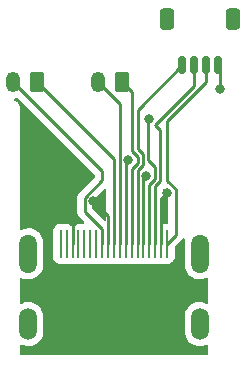
<source format=gbr>
%TF.GenerationSoftware,KiCad,Pcbnew,(6.0.6)*%
%TF.CreationDate,2022-06-22T16:29:19-06:00*%
%TF.ProjectId,15Pin_Fanout _Diodes__Heater,31355069-6e5f-4466-916e-6f7574205f44,rev?*%
%TF.SameCoordinates,Original*%
%TF.FileFunction,Copper,L1,Top*%
%TF.FilePolarity,Positive*%
%FSLAX46Y46*%
G04 Gerber Fmt 4.6, Leading zero omitted, Abs format (unit mm)*
G04 Created by KiCad (PCBNEW (6.0.6)) date 2022-06-22 16:29:19*
%MOMM*%
%LPD*%
G01*
G04 APERTURE LIST*
G04 Aperture macros list*
%AMRoundRect*
0 Rectangle with rounded corners*
0 $1 Rounding radius*
0 $2 $3 $4 $5 $6 $7 $8 $9 X,Y pos of 4 corners*
0 Add a 4 corners polygon primitive as box body*
4,1,4,$2,$3,$4,$5,$6,$7,$8,$9,$2,$3,0*
0 Add four circle primitives for the rounded corners*
1,1,$1+$1,$2,$3*
1,1,$1+$1,$4,$5*
1,1,$1+$1,$6,$7*
1,1,$1+$1,$8,$9*
0 Add four rect primitives between the rounded corners*
20,1,$1+$1,$2,$3,$4,$5,0*
20,1,$1+$1,$4,$5,$6,$7,0*
20,1,$1+$1,$6,$7,$8,$9,0*
20,1,$1+$1,$8,$9,$2,$3,0*%
G04 Aperture macros list end*
%TA.AperFunction,ComponentPad*%
%ADD10RoundRect,0.250000X0.350000X0.625000X-0.350000X0.625000X-0.350000X-0.625000X0.350000X-0.625000X0*%
%TD*%
%TA.AperFunction,ComponentPad*%
%ADD11O,1.200000X1.750000*%
%TD*%
%TA.AperFunction,SMDPad,CuDef*%
%ADD12O,0.250000X2.400000*%
%TD*%
%TA.AperFunction,ComponentPad*%
%ADD13O,1.500000X2.700000*%
%TD*%
%TA.AperFunction,ComponentPad*%
%ADD14O,1.500000X3.300000*%
%TD*%
%TA.AperFunction,SMDPad,CuDef*%
%ADD15RoundRect,0.150000X0.150000X0.625000X-0.150000X0.625000X-0.150000X-0.625000X0.150000X-0.625000X0*%
%TD*%
%TA.AperFunction,SMDPad,CuDef*%
%ADD16RoundRect,0.250000X0.350000X0.650000X-0.350000X0.650000X-0.350000X-0.650000X0.350000X-0.650000X0*%
%TD*%
%TA.AperFunction,ViaPad*%
%ADD17C,0.800000*%
%TD*%
%TA.AperFunction,Conductor*%
%ADD18C,0.250000*%
%TD*%
G04 APERTURE END LIST*
D10*
%TO.P,J3,1,Pin_1*%
%TO.N,Net-(J1-Pad10)*%
X-6550000Y17100000D03*
D11*
%TO.P,J3,2,Pin_2*%
%TO.N,Net-(J1-Pad12)*%
X-8550000Y17100000D03*
%TD*%
D10*
%TO.P,J2,1,Pin_1*%
%TO.N,Net-(J1-Pad7)*%
X650000Y17100000D03*
D11*
%TO.P,J2,2,Pin_2*%
%TO.N,Net-(J1-Pad9)*%
X-1350000Y17100000D03*
%TD*%
D12*
%TO.P,J1,1,D2+*%
%TO.N,Net-(J1-Pad1)*%
X4501000Y3396000D03*
%TO.P,J1,2,D2S*%
%TO.N,GND*%
X4001000Y3396000D03*
%TO.P,J1,3,D2-*%
%TO.N,Net-(J1-Pad3)*%
X3501000Y3396000D03*
%TO.P,J1,4,D1+*%
%TO.N,Net-(J1-Pad4)*%
X3001000Y3396000D03*
%TO.P,J1,5,D1S*%
%TO.N,GND*%
X2500000Y3396000D03*
%TO.P,J1,6,D1-*%
%TO.N,Net-(J1-Pad6)*%
X2000000Y3396000D03*
%TO.P,J1,7,D0+*%
%TO.N,Net-(J1-Pad7)*%
X1500000Y3396000D03*
%TO.P,J1,8,D0S*%
%TO.N,GND*%
X1000000Y3396000D03*
%TO.P,J1,9,D0-*%
%TO.N,Net-(J1-Pad9)*%
X500000Y3396000D03*
%TO.P,J1,10,CK+*%
%TO.N,Net-(J1-Pad10)*%
X0Y3396000D03*
%TO.P,J1,11,CKS*%
%TO.N,GND*%
X-500000Y3396000D03*
%TO.P,J1,12,CK-*%
%TO.N,Net-(J1-Pad12)*%
X-1000000Y3396000D03*
%TO.P,J1,13,CEC*%
%TO.N,unconnected-(J1-Pad13)*%
X-1500000Y3396000D03*
%TO.P,J1,14,UTILITY*%
%TO.N,unconnected-(J1-Pad14)*%
X-2000000Y3396000D03*
%TO.P,J1,15,SCL*%
%TO.N,unconnected-(J1-Pad15)*%
X-2500000Y3396000D03*
%TO.P,J1,16,SDA*%
%TO.N,unconnected-(J1-Pad16)*%
X-3001000Y3396000D03*
%TO.P,J1,17,GND*%
%TO.N,GND*%
X-3501000Y3396000D03*
%TO.P,J1,18,+5V*%
%TO.N,unconnected-(J1-Pad18)*%
X-4001000Y3396000D03*
%TO.P,J1,19,HPD*%
%TO.N,unconnected-(J1-Pad19)*%
X-4501000Y3396000D03*
D13*
%TO.P,J1,20*%
%TO.N,N/C*%
X7250000Y-3396000D03*
%TO.P,J1,21*%
X-7250000Y-3396000D03*
D14*
%TO.P,J1,22*%
X7250000Y2564000D03*
%TO.P,J1,23*%
X-7250000Y2564000D03*
%TD*%
D15*
%TO.P,J6,1,Pin_1*%
%TO.N,Net-(J1-Pad4)*%
X8800000Y18530000D03*
%TO.P,J6,2,Pin_2*%
%TO.N,Net-(J1-Pad1)*%
X7800000Y18530000D03*
%TO.P,J6,3,Pin_3*%
%TO.N,Net-(J1-Pad3)*%
X6800000Y18530000D03*
%TO.P,J6,4,Pin_4*%
%TO.N,Net-(J1-Pad6)*%
X5800000Y18530000D03*
D16*
%TO.P,J6,MP*%
%TO.N,N/C*%
X4500000Y22405000D03*
X10100000Y22405000D03*
%TD*%
D17*
%TO.N,GND*%
X-1750000Y7000000D03*
X2724500Y9170285D03*
X1224500Y10500000D03*
X-3500000Y5250000D03*
X4500000Y7750000D03*
%TO.N,Net-(J1-Pad4)*%
X3000000Y14000000D03*
X9000000Y16500000D03*
%TD*%
D18*
%TO.N,Net-(J1-Pad1)*%
X4525614Y8749000D02*
X5224511Y8050103D01*
X5224511Y4119511D02*
X4501000Y3396000D01*
X4501000Y13840668D02*
X7800000Y17139668D01*
X5224511Y8050103D02*
X5224511Y4119511D01*
X4501000Y13840668D02*
X4501000Y8749000D01*
X7800000Y17139668D02*
X7800000Y18530000D01*
X4501000Y8749000D02*
X4525614Y8749000D01*
%TO.N,GND*%
X4001000Y7251000D02*
X4001000Y3396000D01*
X4001000Y7251000D02*
X4500000Y7750000D01*
X1000000Y3396000D02*
X1000000Y10275500D01*
X1000000Y10275500D02*
X1224500Y10500000D01*
X-500000Y3396000D02*
X-500000Y5750000D01*
X-3501000Y3396000D02*
X-3501000Y5249000D01*
X-500000Y5750000D02*
X-1750000Y7000000D01*
X-3501000Y5249000D02*
X-3500000Y5250000D01*
X2500000Y8945785D02*
X2724500Y9170285D01*
X2500000Y3396000D02*
X2500000Y8945785D01*
%TO.N,Net-(J1-Pad3)*%
X3898531Y13078855D02*
X3501000Y13476386D01*
X3501000Y8286453D02*
X3898531Y8683984D01*
X3501000Y13476386D02*
X6800000Y16775386D01*
X6800000Y16775386D02*
X6800000Y18530000D01*
X3898531Y8683984D02*
X3898531Y13078855D01*
X3501000Y3396000D02*
X3501000Y8286453D01*
%TO.N,Net-(J1-Pad4)*%
X2899040Y10500000D02*
X2899040Y13899040D01*
X2899040Y13899040D02*
X3000000Y14000000D01*
X3001000Y13999000D02*
X3000000Y14000000D01*
X3001000Y3396000D02*
X3001000Y8422171D01*
X3001000Y8422171D02*
X3449011Y8870182D01*
X3449011Y8870182D02*
X3449011Y9950029D01*
X9000000Y16500000D02*
X9000000Y18330000D01*
X9000000Y18330000D02*
X8800000Y18530000D01*
X3449011Y9950029D02*
X2899040Y10500000D01*
%TO.N,Net-(J1-Pad6)*%
X2010000Y14740000D02*
X5800000Y18530000D01*
X2449520Y10064688D02*
X2449520Y11000000D01*
X2010000Y11439520D02*
X2010000Y14740000D01*
X2000000Y14730000D02*
X2010000Y14740000D01*
X2449520Y11000000D02*
X2010000Y11439520D01*
X2000000Y3396000D02*
X2000000Y9615168D01*
X2000000Y9615168D02*
X2449520Y10064688D01*
%TO.N,Net-(J1-Pad7)*%
X1500000Y9749114D02*
X1500000Y3396000D01*
X1500000Y16250000D02*
X1500000Y11249114D01*
X650000Y17100000D02*
X1500000Y16250000D01*
X2000000Y10250886D02*
X1499114Y9750000D01*
X2000000Y10749114D02*
X2000000Y10250886D01*
X1499114Y9750000D02*
X1500000Y9749114D01*
X1500000Y11249114D02*
X2000000Y10749114D01*
%TO.N,Net-(J1-Pad9)*%
X-1350000Y17100000D02*
X500000Y15250000D01*
X500000Y3396000D02*
X500000Y15250000D01*
%TO.N,Net-(J1-Pad10)*%
X0Y10550000D02*
X0Y3396000D01*
X-6550000Y17100000D02*
X0Y10550000D01*
%TO.N,Net-(J1-Pad12)*%
X-2474511Y7300103D02*
X-2474511Y6131708D01*
X-1000000Y9550000D02*
X-1000000Y8774614D01*
X-8550000Y17100000D02*
X-1000000Y9550000D01*
X-1000000Y8774614D02*
X-2474511Y7300103D01*
X-1000000Y4657197D02*
X-1000000Y3396000D01*
X-2474511Y6131708D02*
X-1000000Y4657197D01*
%TD*%
%TA.AperFunction,Conductor*%
%TO.N,GND*%
G36*
X-8129271Y15765575D02*
G01*
X-8081566Y15735662D01*
X-1670405Y9324501D01*
X-1636379Y9262189D01*
X-1633500Y9235406D01*
X-1633500Y9089209D01*
X-1653502Y9021088D01*
X-1670405Y9000114D01*
X-2866764Y7803755D01*
X-2875050Y7796215D01*
X-2881529Y7792103D01*
X-2886954Y7786326D01*
X-2928154Y7742452D01*
X-2930909Y7739610D01*
X-2950646Y7719873D01*
X-2953126Y7716676D01*
X-2960829Y7707656D01*
X-2991097Y7675424D01*
X-2994916Y7668478D01*
X-2994918Y7668475D01*
X-3000859Y7657669D01*
X-3011710Y7641150D01*
X-3024125Y7625144D01*
X-3027270Y7617875D01*
X-3027273Y7617871D01*
X-3041685Y7584566D01*
X-3046902Y7573916D01*
X-3068206Y7535163D01*
X-3070177Y7527488D01*
X-3070177Y7527487D01*
X-3073244Y7515541D01*
X-3079648Y7496837D01*
X-3087692Y7478248D01*
X-3088931Y7470425D01*
X-3088934Y7470415D01*
X-3094610Y7434579D01*
X-3097016Y7422959D01*
X-3108011Y7380133D01*
X-3108011Y7359879D01*
X-3109562Y7340169D01*
X-3112731Y7320160D01*
X-3111985Y7312268D01*
X-3108570Y7276142D01*
X-3108011Y7264284D01*
X-3108011Y6210475D01*
X-3108538Y6199292D01*
X-3110213Y6191799D01*
X-3109964Y6183873D01*
X-3109964Y6183872D01*
X-3108073Y6123722D01*
X-3108011Y6119763D01*
X-3108011Y6091852D01*
X-3107514Y6087918D01*
X-3107514Y6087917D01*
X-3107506Y6087852D01*
X-3106573Y6076015D01*
X-3105184Y6031819D01*
X-3099533Y6012369D01*
X-3095524Y5993008D01*
X-3092985Y5972911D01*
X-3090066Y5965540D01*
X-3090066Y5965538D01*
X-3076707Y5931796D01*
X-3072862Y5920566D01*
X-3060529Y5878115D01*
X-3056496Y5871296D01*
X-3056494Y5871291D01*
X-3050218Y5860680D01*
X-3041523Y5842932D01*
X-3034063Y5824091D01*
X-3029401Y5817675D01*
X-3029401Y5817674D01*
X-3008075Y5788321D01*
X-3001559Y5778401D01*
X-2979053Y5740346D01*
X-2964732Y5726025D01*
X-2951892Y5710992D01*
X-2939983Y5694601D01*
X-2933877Y5689550D01*
X-2905906Y5666410D01*
X-2897127Y5658420D01*
X-2549646Y5310939D01*
X-2515620Y5248627D01*
X-2520685Y5177812D01*
X-2563232Y5120976D01*
X-2613983Y5098582D01*
X-2619650Y5098225D01*
X-2627189Y5095775D01*
X-2627191Y5095775D01*
X-2706137Y5070124D01*
X-2777105Y5068097D01*
X-2790313Y5072895D01*
X-2796511Y5074908D01*
X-2803682Y5078283D01*
X-2950254Y5106243D01*
X-2953121Y5106790D01*
X-2953122Y5106790D01*
X-2960906Y5108275D01*
X-3049400Y5102708D01*
X-3112738Y5098723D01*
X-3112740Y5098723D01*
X-3120650Y5098225D01*
X-3207241Y5070090D01*
X-3278206Y5068062D01*
X-3289110Y5072023D01*
X-3289124Y5071979D01*
X-3311622Y5079289D01*
X-3453152Y5106287D01*
X-3468849Y5107274D01*
X-3612643Y5098228D01*
X-3628093Y5095281D01*
X-3705884Y5070005D01*
X-3776852Y5067978D01*
X-3791038Y5073130D01*
X-3796508Y5074907D01*
X-3803682Y5078283D01*
X-3950254Y5106243D01*
X-3953121Y5106790D01*
X-3953122Y5106790D01*
X-3960906Y5108275D01*
X-4049400Y5102708D01*
X-4112738Y5098723D01*
X-4112740Y5098723D01*
X-4120650Y5098225D01*
X-4128186Y5095776D01*
X-4128188Y5095776D01*
X-4129711Y5095281D01*
X-4201291Y5072023D01*
X-4206545Y5070316D01*
X-4277512Y5068288D01*
X-4289184Y5072528D01*
X-4296512Y5074909D01*
X-4303682Y5078283D01*
X-4311465Y5079768D01*
X-4311466Y5079768D01*
X-4453121Y5106790D01*
X-4453122Y5106790D01*
X-4460906Y5108275D01*
X-4549400Y5102708D01*
X-4612738Y5098723D01*
X-4612740Y5098723D01*
X-4620650Y5098225D01*
X-4628186Y5095776D01*
X-4628188Y5095776D01*
X-4765333Y5051215D01*
X-4765336Y5051214D01*
X-4772875Y5048764D01*
X-4908018Y4963000D01*
X-5017586Y4846321D01*
X-5094695Y4706060D01*
X-5134500Y4551030D01*
X-5134500Y2281144D01*
X-5119474Y2162203D01*
X-5060552Y2013383D01*
X-4966472Y1883893D01*
X-4843144Y1781867D01*
X-4835977Y1778494D01*
X-4835973Y1778492D01*
X-4773879Y1749274D01*
X-4698318Y1713717D01*
X-4593778Y1693775D01*
X-4551515Y1685713D01*
X-4541094Y1683725D01*
X-4452600Y1689292D01*
X-4389262Y1693277D01*
X-4389260Y1693277D01*
X-4381350Y1693775D01*
X-4373814Y1696224D01*
X-4373812Y1696224D01*
X-4305248Y1718502D01*
X-4295455Y1721684D01*
X-4224488Y1723712D01*
X-4212816Y1719472D01*
X-4205488Y1717091D01*
X-4198318Y1713717D01*
X-4190535Y1712232D01*
X-4190534Y1712232D01*
X-4048879Y1685210D01*
X-4041094Y1683725D01*
X-3952600Y1689292D01*
X-3889262Y1693277D01*
X-3889260Y1693277D01*
X-3881350Y1693775D01*
X-3794759Y1721910D01*
X-3723794Y1723938D01*
X-3712890Y1719977D01*
X-3712876Y1720021D01*
X-3690378Y1712711D01*
X-3548848Y1685713D01*
X-3533151Y1684726D01*
X-3389357Y1693772D01*
X-3373907Y1696719D01*
X-3296116Y1721995D01*
X-3225148Y1724022D01*
X-3210962Y1718870D01*
X-3205492Y1717093D01*
X-3198318Y1713717D01*
X-3093778Y1693775D01*
X-3051515Y1685713D01*
X-3041094Y1683725D01*
X-2952600Y1689292D01*
X-2889262Y1693277D01*
X-2889260Y1693277D01*
X-2881350Y1693775D01*
X-2873814Y1696224D01*
X-2873812Y1696224D01*
X-2794863Y1721876D01*
X-2723895Y1723903D01*
X-2710687Y1719105D01*
X-2704489Y1717092D01*
X-2697318Y1713717D01*
X-2592778Y1693775D01*
X-2550515Y1685713D01*
X-2540094Y1683725D01*
X-2451600Y1689292D01*
X-2388262Y1693277D01*
X-2388260Y1693277D01*
X-2380350Y1693775D01*
X-2372814Y1696224D01*
X-2372812Y1696224D01*
X-2304248Y1718502D01*
X-2294455Y1721684D01*
X-2223488Y1723712D01*
X-2211816Y1719472D01*
X-2204488Y1717091D01*
X-2197318Y1713717D01*
X-2189535Y1712232D01*
X-2189534Y1712232D01*
X-2047879Y1685210D01*
X-2040094Y1683725D01*
X-1951600Y1689292D01*
X-1888262Y1693277D01*
X-1888260Y1693277D01*
X-1880350Y1693775D01*
X-1872814Y1696224D01*
X-1872812Y1696224D01*
X-1804248Y1718502D01*
X-1794455Y1721684D01*
X-1723488Y1723712D01*
X-1711816Y1719472D01*
X-1704488Y1717091D01*
X-1697318Y1713717D01*
X-1689535Y1712232D01*
X-1689534Y1712232D01*
X-1547879Y1685210D01*
X-1540094Y1683725D01*
X-1451600Y1689292D01*
X-1388262Y1693277D01*
X-1388260Y1693277D01*
X-1380350Y1693775D01*
X-1372814Y1696224D01*
X-1372812Y1696224D01*
X-1304248Y1718502D01*
X-1294455Y1721684D01*
X-1223488Y1723712D01*
X-1211816Y1719472D01*
X-1204488Y1717091D01*
X-1197318Y1713717D01*
X-1189535Y1712232D01*
X-1189534Y1712232D01*
X-1047879Y1685210D01*
X-1040094Y1683725D01*
X-951600Y1689292D01*
X-888262Y1693277D01*
X-888260Y1693277D01*
X-880350Y1693775D01*
X-793759Y1721910D01*
X-722794Y1723938D01*
X-711890Y1719977D01*
X-711876Y1720021D01*
X-689378Y1712711D01*
X-547848Y1685713D01*
X-532151Y1684726D01*
X-388357Y1693772D01*
X-372907Y1696719D01*
X-295116Y1721995D01*
X-224148Y1724022D01*
X-209962Y1718870D01*
X-204492Y1717093D01*
X-197318Y1713717D01*
X-92778Y1693775D01*
X-50515Y1685713D01*
X-40094Y1683725D01*
X48400Y1689292D01*
X111738Y1693277D01*
X111740Y1693277D01*
X119650Y1693775D01*
X127186Y1696224D01*
X127188Y1696224D01*
X195752Y1718502D01*
X205545Y1721684D01*
X276512Y1723712D01*
X288184Y1719472D01*
X295512Y1717091D01*
X302682Y1713717D01*
X310465Y1712232D01*
X310466Y1712232D01*
X452121Y1685210D01*
X459906Y1683725D01*
X548400Y1689292D01*
X611738Y1693277D01*
X611740Y1693277D01*
X619650Y1693775D01*
X706241Y1721910D01*
X777206Y1723938D01*
X788110Y1719977D01*
X788124Y1720021D01*
X810622Y1712711D01*
X952152Y1685713D01*
X967849Y1684726D01*
X1111643Y1693772D01*
X1127093Y1696719D01*
X1204884Y1721995D01*
X1275852Y1724022D01*
X1290038Y1718870D01*
X1295508Y1717093D01*
X1302682Y1713717D01*
X1407222Y1693775D01*
X1449485Y1685713D01*
X1459906Y1683725D01*
X1548400Y1689292D01*
X1611738Y1693277D01*
X1611740Y1693277D01*
X1619650Y1693775D01*
X1627186Y1696224D01*
X1627188Y1696224D01*
X1695752Y1718502D01*
X1705545Y1721684D01*
X1776512Y1723712D01*
X1788184Y1719472D01*
X1795512Y1717091D01*
X1802682Y1713717D01*
X1810465Y1712232D01*
X1810466Y1712232D01*
X1952121Y1685210D01*
X1959906Y1683725D01*
X2048400Y1689292D01*
X2111738Y1693277D01*
X2111740Y1693277D01*
X2119650Y1693775D01*
X2206241Y1721910D01*
X2277206Y1723938D01*
X2288110Y1719977D01*
X2288124Y1720021D01*
X2310622Y1712711D01*
X2452152Y1685713D01*
X2467849Y1684726D01*
X2611643Y1693772D01*
X2627093Y1696719D01*
X2705476Y1722187D01*
X2776444Y1724214D01*
X2792172Y1718502D01*
X2796506Y1717094D01*
X2803682Y1713717D01*
X2908222Y1693775D01*
X2950485Y1685713D01*
X2960906Y1683725D01*
X3049400Y1689292D01*
X3112738Y1693277D01*
X3112740Y1693277D01*
X3120650Y1693775D01*
X3128186Y1696224D01*
X3128188Y1696224D01*
X3196752Y1718502D01*
X3206545Y1721684D01*
X3277512Y1723712D01*
X3289184Y1719472D01*
X3296512Y1717091D01*
X3303682Y1713717D01*
X3311465Y1712232D01*
X3311466Y1712232D01*
X3453121Y1685210D01*
X3460906Y1683725D01*
X3549400Y1689292D01*
X3612738Y1693277D01*
X3612740Y1693277D01*
X3620650Y1693775D01*
X3707241Y1721910D01*
X3778206Y1723938D01*
X3789110Y1719977D01*
X3789124Y1720021D01*
X3811622Y1712711D01*
X3953152Y1685713D01*
X3968849Y1684726D01*
X4112643Y1693772D01*
X4128093Y1696719D01*
X4205884Y1721995D01*
X4276852Y1724022D01*
X4291038Y1718870D01*
X4296508Y1717093D01*
X4303682Y1713717D01*
X4408222Y1693775D01*
X4450485Y1685713D01*
X4460906Y1683725D01*
X4549400Y1689292D01*
X4612738Y1693277D01*
X4612740Y1693277D01*
X4620650Y1693775D01*
X4628186Y1696224D01*
X4628188Y1696224D01*
X4765333Y1740785D01*
X4765336Y1740786D01*
X4772875Y1743236D01*
X4908018Y1829000D01*
X5017586Y1945679D01*
X5094695Y2085940D01*
X5134500Y2240970D01*
X5134500Y3081405D01*
X5154502Y3149526D01*
X5171405Y3170501D01*
X5616769Y3615864D01*
X5625048Y3623398D01*
X5631529Y3627511D01*
X5678155Y3677163D01*
X5680909Y3680004D01*
X5700646Y3699741D01*
X5703126Y3702938D01*
X5710831Y3711960D01*
X5735670Y3738411D01*
X5741097Y3744190D01*
X5744916Y3751136D01*
X5744918Y3751139D01*
X5750859Y3761945D01*
X5761710Y3778464D01*
X5769269Y3788210D01*
X5774125Y3794470D01*
X5778971Y3805667D01*
X5782468Y3813748D01*
X5827880Y3868322D01*
X5895588Y3889680D01*
X5964095Y3871042D01*
X6011650Y3818325D01*
X6023155Y3748267D01*
X6021489Y3738169D01*
X5994787Y3609233D01*
X5991500Y3552225D01*
X5991500Y1607001D01*
X5991749Y1604214D01*
X5991749Y1604208D01*
X5998009Y1534071D01*
X6006383Y1440238D01*
X6065663Y1223549D01*
X6162378Y1020782D01*
X6293471Y838346D01*
X6454799Y682008D01*
X6641262Y556710D01*
X6846967Y466412D01*
X6852418Y465103D01*
X6852422Y465102D01*
X7025503Y423549D01*
X7065411Y413968D01*
X7149475Y409121D01*
X7284083Y401360D01*
X7284086Y401360D01*
X7289690Y401037D01*
X7512715Y428025D01*
X7727435Y494082D01*
X7732415Y496652D01*
X7732419Y496654D01*
X7807710Y535515D01*
X7877417Y548984D01*
X7943341Y522629D01*
X7984550Y464816D01*
X7991500Y423549D01*
X7991500Y-1554073D01*
X7971498Y-1622194D01*
X7917842Y-1668687D01*
X7847568Y-1678791D01*
X7814855Y-1669446D01*
X7658180Y-1600670D01*
X7658167Y-1600665D01*
X7653033Y-1598412D01*
X7647582Y-1597103D01*
X7647578Y-1597102D01*
X7440046Y-1547278D01*
X7440045Y-1547278D01*
X7434589Y-1545968D01*
X7350525Y-1541121D01*
X7215917Y-1533360D01*
X7215914Y-1533360D01*
X7210310Y-1533037D01*
X6987285Y-1560025D01*
X6772565Y-1626082D01*
X6767585Y-1628652D01*
X6767581Y-1628654D01*
X6577919Y-1726546D01*
X6572936Y-1729118D01*
X6394708Y-1865877D01*
X6243515Y-2032036D01*
X6124136Y-2222344D01*
X6040344Y-2430783D01*
X5994787Y-2650767D01*
X5991500Y-2707775D01*
X5991500Y-4052999D01*
X5991749Y-4055786D01*
X5991749Y-4055792D01*
X5998009Y-4125929D01*
X6006383Y-4219762D01*
X6065663Y-4436451D01*
X6162378Y-4639218D01*
X6293471Y-4821654D01*
X6454799Y-4977992D01*
X6641262Y-5103290D01*
X6846967Y-5193588D01*
X6852418Y-5194897D01*
X6852422Y-5194898D01*
X7025503Y-5236451D01*
X7065411Y-5246032D01*
X7149475Y-5250879D01*
X7284083Y-5258640D01*
X7284086Y-5258640D01*
X7289690Y-5258963D01*
X7512715Y-5231975D01*
X7727435Y-5165918D01*
X7732415Y-5163348D01*
X7732419Y-5163346D01*
X7807710Y-5124485D01*
X7877417Y-5111016D01*
X7943341Y-5137371D01*
X7984550Y-5195184D01*
X7991500Y-5236451D01*
X7991500Y-5865500D01*
X7971498Y-5933621D01*
X7917842Y-5980114D01*
X7865500Y-5991500D01*
X-7865500Y-5991500D01*
X-7933621Y-5971498D01*
X-7980114Y-5917842D01*
X-7991500Y-5865500D01*
X-7991500Y-5237927D01*
X-7971498Y-5169806D01*
X-7917842Y-5123313D01*
X-7847568Y-5113209D01*
X-7814855Y-5122554D01*
X-7658180Y-5191330D01*
X-7658167Y-5191335D01*
X-7653033Y-5193588D01*
X-7647582Y-5194897D01*
X-7647578Y-5194898D01*
X-7474497Y-5236451D01*
X-7434589Y-5246032D01*
X-7350525Y-5250879D01*
X-7215917Y-5258640D01*
X-7215914Y-5258640D01*
X-7210310Y-5258963D01*
X-6987285Y-5231975D01*
X-6772565Y-5165918D01*
X-6767585Y-5163348D01*
X-6767581Y-5163346D01*
X-6577919Y-5065454D01*
X-6577918Y-5065454D01*
X-6572936Y-5062882D01*
X-6394708Y-4926123D01*
X-6243515Y-4759964D01*
X-6124136Y-4569656D01*
X-6040344Y-4361217D01*
X-5994787Y-4141233D01*
X-5991500Y-4084225D01*
X-5991500Y-2739001D01*
X-5994449Y-2705952D01*
X-6005884Y-2577833D01*
X-6006383Y-2572238D01*
X-6065663Y-2355549D01*
X-6162378Y-2152782D01*
X-6293471Y-1970346D01*
X-6454799Y-1814008D01*
X-6641262Y-1688710D01*
X-6846967Y-1598412D01*
X-6852418Y-1597103D01*
X-6852422Y-1597102D01*
X-7059954Y-1547278D01*
X-7059955Y-1547278D01*
X-7065411Y-1545968D01*
X-7149475Y-1541121D01*
X-7284083Y-1533360D01*
X-7284086Y-1533360D01*
X-7289690Y-1533037D01*
X-7512715Y-1560025D01*
X-7727435Y-1626082D01*
X-7732415Y-1628652D01*
X-7732419Y-1628654D01*
X-7807710Y-1667515D01*
X-7877417Y-1680984D01*
X-7943341Y-1654629D01*
X-7984550Y-1596816D01*
X-7991500Y-1555549D01*
X-7991500Y422073D01*
X-7971498Y490194D01*
X-7917842Y536687D01*
X-7847568Y546791D01*
X-7814855Y537446D01*
X-7658180Y468670D01*
X-7658167Y468665D01*
X-7653033Y466412D01*
X-7647582Y465103D01*
X-7647578Y465102D01*
X-7474497Y423549D01*
X-7434589Y413968D01*
X-7350525Y409121D01*
X-7215917Y401360D01*
X-7215914Y401360D01*
X-7210310Y401037D01*
X-6987285Y428025D01*
X-6772565Y494082D01*
X-6767585Y496652D01*
X-6767581Y496654D01*
X-6577919Y594546D01*
X-6577918Y594546D01*
X-6572936Y597118D01*
X-6394708Y733877D01*
X-6243515Y900036D01*
X-6124136Y1090344D01*
X-6040344Y1298783D01*
X-5994787Y1518767D01*
X-5991500Y1575775D01*
X-5991500Y3520999D01*
X-5994449Y3554048D01*
X-6005437Y3677162D01*
X-6006383Y3687762D01*
X-6010532Y3702930D01*
X-6061622Y3889680D01*
X-6065663Y3904451D01*
X-6070063Y3913677D01*
X-6139730Y4059735D01*
X-6162378Y4107218D01*
X-6293471Y4289654D01*
X-6454799Y4445992D01*
X-6641262Y4571290D01*
X-6846967Y4661588D01*
X-6852418Y4662897D01*
X-6852422Y4662898D01*
X-7059954Y4712722D01*
X-7059955Y4712722D01*
X-7065411Y4714032D01*
X-7149475Y4718879D01*
X-7284083Y4726640D01*
X-7284086Y4726640D01*
X-7289690Y4726963D01*
X-7512715Y4699975D01*
X-7727435Y4633918D01*
X-7732415Y4631348D01*
X-7732419Y4631346D01*
X-7807710Y4592485D01*
X-7877417Y4579016D01*
X-7943341Y4605371D01*
X-7984550Y4663184D01*
X-7991500Y4704451D01*
X-7991500Y14991377D01*
X-7991498Y14992147D01*
X-7991208Y15039614D01*
X-7991024Y15069721D01*
X-7999150Y15098153D01*
X-8002728Y15114915D01*
X-8005648Y15135302D01*
X-8006920Y15144187D01*
X-8017549Y15167564D01*
X-8023996Y15185087D01*
X-8028584Y15201138D01*
X-8031051Y15209771D01*
X-8035844Y15217368D01*
X-8046830Y15234780D01*
X-8054970Y15249865D01*
X-8057436Y15255289D01*
X-8067208Y15276782D01*
X-8083970Y15296235D01*
X-8095073Y15311239D01*
X-8108776Y15332958D01*
X-8115501Y15338897D01*
X-8115504Y15338901D01*
X-8130938Y15352532D01*
X-8142982Y15364724D01*
X-8156427Y15380327D01*
X-8156430Y15380329D01*
X-8162287Y15387127D01*
X-8175991Y15396010D01*
X-8183835Y15401094D01*
X-8198709Y15412385D01*
X-8211217Y15423431D01*
X-8211218Y15423432D01*
X-8217951Y15429378D01*
X-8244713Y15441943D01*
X-8259691Y15450263D01*
X-8276983Y15461471D01*
X-8276988Y15461473D01*
X-8284515Y15466352D01*
X-8293108Y15468922D01*
X-8293113Y15468924D01*
X-8309120Y15473711D01*
X-8326564Y15480372D01*
X-8341672Y15487465D01*
X-8341673Y15487465D01*
X-8349800Y15491281D01*
X-8354793Y15492058D01*
X-8412440Y15530017D01*
X-8441214Y15594921D01*
X-8430331Y15665078D01*
X-8383245Y15718215D01*
X-8345826Y15733960D01*
X-8200182Y15769060D01*
X-8129271Y15765575D01*
G37*
%TD.AperFunction*%
%TA.AperFunction,Conductor*%
G36*
X4343012Y8035244D02*
G01*
X4349595Y8029115D01*
X4554106Y7824604D01*
X4588132Y7762292D01*
X4591011Y7735509D01*
X4591011Y5229737D01*
X4571009Y5161616D01*
X4517353Y5115123D01*
X4472922Y5103986D01*
X4450621Y5102583D01*
X4389262Y5098723D01*
X4389260Y5098723D01*
X4381350Y5098225D01*
X4299434Y5071609D01*
X4228469Y5069581D01*
X4167671Y5106243D01*
X4136346Y5169955D01*
X4134500Y5191442D01*
X4134500Y7940020D01*
X4154502Y8008141D01*
X4208158Y8054634D01*
X4278432Y8064738D01*
X4343012Y8035244D01*
G37*
%TD.AperFunction*%
%TA.AperFunction,Conductor*%
G36*
X-715468Y8059076D02*
G01*
X-658632Y8016529D01*
X-633821Y7950009D01*
X-633500Y7941020D01*
X-633500Y5490792D01*
X-653502Y5422671D01*
X-707158Y5376178D01*
X-777432Y5366074D01*
X-842012Y5395568D01*
X-848595Y5401697D01*
X-1804106Y6357208D01*
X-1838132Y6419520D01*
X-1841011Y6446303D01*
X-1841011Y6985509D01*
X-1821009Y7053630D01*
X-1804106Y7074604D01*
X-848595Y8030115D01*
X-786283Y8064141D01*
X-715468Y8059076D01*
G37*
%TD.AperFunction*%
%TD*%
M02*

</source>
